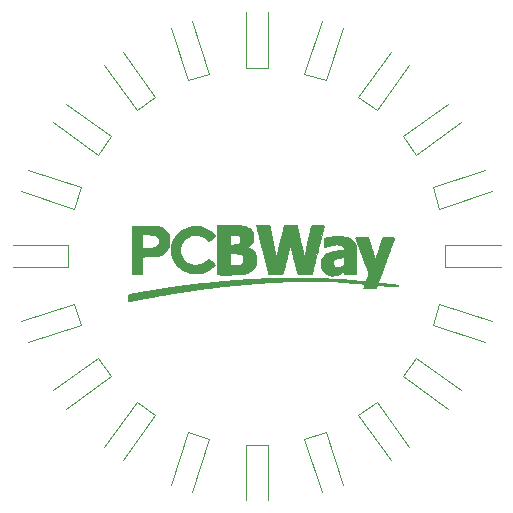
<source format=gto>
G04 #@! TF.GenerationSoftware,KiCad,Pcbnew,(5.1.0-0)*
G04 #@! TF.CreationDate,2019-09-27T23:47:09+01:00*
G04 #@! TF.ProjectId,badge,62616467-652e-46b6-9963-61645f706362,rev?*
G04 #@! TF.SameCoordinates,Original*
G04 #@! TF.FileFunction,Legend,Top*
G04 #@! TF.FilePolarity,Positive*
%FSLAX46Y46*%
G04 Gerber Fmt 4.6, Leading zero omitted, Abs format (unit mm)*
G04 Created by KiCad (PCBNEW (5.1.0-0)) date 2019-09-27 23:47:09*
%MOMM*%
%LPD*%
G04 APERTURE LIST*
%ADD10C,0.010000*%
%ADD11C,0.120000*%
G04 APERTURE END LIST*
D10*
G36*
X203989089Y-71126728D02*
G01*
X204148499Y-71141799D01*
X204188519Y-71147881D01*
X204473429Y-71217119D01*
X204754846Y-71326432D01*
X205020448Y-71469589D01*
X205257911Y-71640355D01*
X205377597Y-71749302D01*
X205445818Y-71818649D01*
X205482946Y-71862931D01*
X205493996Y-71892823D01*
X205483979Y-71918996D01*
X205467386Y-71940490D01*
X205404086Y-72011456D01*
X205323798Y-72092228D01*
X205235558Y-72174824D01*
X205148405Y-72251264D01*
X205071375Y-72313565D01*
X205013507Y-72353745D01*
X204987179Y-72364600D01*
X204938981Y-72346964D01*
X204880022Y-72302915D01*
X204862102Y-72285198D01*
X204784615Y-72216063D01*
X204676813Y-72136886D01*
X204554839Y-72058178D01*
X204434837Y-71990448D01*
X204345923Y-71949154D01*
X204116566Y-71882569D01*
X203873996Y-71855462D01*
X203644500Y-71869039D01*
X203541987Y-71886113D01*
X203454127Y-71903074D01*
X203397053Y-71916754D01*
X203390500Y-71918910D01*
X203215236Y-72001957D01*
X203044906Y-72116966D01*
X202891263Y-72253679D01*
X202766062Y-72401841D01*
X202690514Y-72529700D01*
X202631252Y-72665572D01*
X202593369Y-72778301D01*
X202572281Y-72888403D01*
X202563402Y-73016398D01*
X202562049Y-73104503D01*
X202574151Y-73344982D01*
X202614973Y-73552062D01*
X202687929Y-73736393D01*
X202796432Y-73908623D01*
X202835922Y-73958912D01*
X202896978Y-74022912D01*
X202977554Y-74093464D01*
X203065986Y-74161963D01*
X203150609Y-74219803D01*
X203219760Y-74258379D01*
X203257026Y-74269600D01*
X203306184Y-74283958D01*
X203315570Y-74290583D01*
X203387475Y-74328354D01*
X203498085Y-74356531D01*
X203636144Y-74374719D01*
X203790396Y-74382526D01*
X203949587Y-74379559D01*
X204102461Y-74365424D01*
X204237763Y-74339730D01*
X204289083Y-74324575D01*
X204442863Y-74258086D01*
X204607452Y-74162933D01*
X204763390Y-74051245D01*
X204854290Y-73972295D01*
X204921653Y-73918739D01*
X204978144Y-73893277D01*
X204993990Y-73892782D01*
X205025720Y-73912776D01*
X205082281Y-73961227D01*
X205155409Y-74029747D01*
X205236839Y-74109946D01*
X205318307Y-74193435D01*
X205391548Y-74271826D01*
X205448298Y-74336730D01*
X205480291Y-74379756D01*
X205484411Y-74390582D01*
X205463888Y-74419608D01*
X205410862Y-74470921D01*
X205334206Y-74537334D01*
X205242792Y-74611660D01*
X205145492Y-74686713D01*
X205051181Y-74755304D01*
X204968729Y-74810248D01*
X204958751Y-74816374D01*
X204758518Y-74926752D01*
X204566269Y-75007389D01*
X204368918Y-75061596D01*
X204153381Y-75092684D01*
X203906570Y-75103966D01*
X203822300Y-75103965D01*
X203687628Y-75102168D01*
X203566648Y-75099393D01*
X203470740Y-75095985D01*
X203411288Y-75092287D01*
X203403200Y-75091319D01*
X203174037Y-75036574D01*
X202936682Y-74943754D01*
X202705244Y-74820425D01*
X202493833Y-74674153D01*
X202316560Y-74512506D01*
X202309400Y-74504761D01*
X202118738Y-74267416D01*
X201974011Y-74019130D01*
X201873025Y-73754039D01*
X201813584Y-73466281D01*
X201793493Y-73149990D01*
X201793504Y-73126600D01*
X201813214Y-72805457D01*
X201870273Y-72515478D01*
X201965974Y-72252040D01*
X202101609Y-72010524D01*
X202108443Y-72000433D01*
X202188659Y-71899012D01*
X202297979Y-71782473D01*
X202422932Y-71663403D01*
X202550042Y-71554390D01*
X202665836Y-71468021D01*
X202704700Y-71443383D01*
X202810366Y-71384296D01*
X202922390Y-71327353D01*
X203029065Y-71277896D01*
X203118684Y-71241264D01*
X203179543Y-71222800D01*
X203190805Y-71221600D01*
X203242851Y-71210452D01*
X203270194Y-71198934D01*
X203362591Y-71167095D01*
X203492967Y-71143272D01*
X203649035Y-71128147D01*
X203818505Y-71122405D01*
X203989089Y-71126728D01*
X203989089Y-71126728D01*
G37*
X203989089Y-71126728D02*
X204148499Y-71141799D01*
X204188519Y-71147881D01*
X204473429Y-71217119D01*
X204754846Y-71326432D01*
X205020448Y-71469589D01*
X205257911Y-71640355D01*
X205377597Y-71749302D01*
X205445818Y-71818649D01*
X205482946Y-71862931D01*
X205493996Y-71892823D01*
X205483979Y-71918996D01*
X205467386Y-71940490D01*
X205404086Y-72011456D01*
X205323798Y-72092228D01*
X205235558Y-72174824D01*
X205148405Y-72251264D01*
X205071375Y-72313565D01*
X205013507Y-72353745D01*
X204987179Y-72364600D01*
X204938981Y-72346964D01*
X204880022Y-72302915D01*
X204862102Y-72285198D01*
X204784615Y-72216063D01*
X204676813Y-72136886D01*
X204554839Y-72058178D01*
X204434837Y-71990448D01*
X204345923Y-71949154D01*
X204116566Y-71882569D01*
X203873996Y-71855462D01*
X203644500Y-71869039D01*
X203541987Y-71886113D01*
X203454127Y-71903074D01*
X203397053Y-71916754D01*
X203390500Y-71918910D01*
X203215236Y-72001957D01*
X203044906Y-72116966D01*
X202891263Y-72253679D01*
X202766062Y-72401841D01*
X202690514Y-72529700D01*
X202631252Y-72665572D01*
X202593369Y-72778301D01*
X202572281Y-72888403D01*
X202563402Y-73016398D01*
X202562049Y-73104503D01*
X202574151Y-73344982D01*
X202614973Y-73552062D01*
X202687929Y-73736393D01*
X202796432Y-73908623D01*
X202835922Y-73958912D01*
X202896978Y-74022912D01*
X202977554Y-74093464D01*
X203065986Y-74161963D01*
X203150609Y-74219803D01*
X203219760Y-74258379D01*
X203257026Y-74269600D01*
X203306184Y-74283958D01*
X203315570Y-74290583D01*
X203387475Y-74328354D01*
X203498085Y-74356531D01*
X203636144Y-74374719D01*
X203790396Y-74382526D01*
X203949587Y-74379559D01*
X204102461Y-74365424D01*
X204237763Y-74339730D01*
X204289083Y-74324575D01*
X204442863Y-74258086D01*
X204607452Y-74162933D01*
X204763390Y-74051245D01*
X204854290Y-73972295D01*
X204921653Y-73918739D01*
X204978144Y-73893277D01*
X204993990Y-73892782D01*
X205025720Y-73912776D01*
X205082281Y-73961227D01*
X205155409Y-74029747D01*
X205236839Y-74109946D01*
X205318307Y-74193435D01*
X205391548Y-74271826D01*
X205448298Y-74336730D01*
X205480291Y-74379756D01*
X205484411Y-74390582D01*
X205463888Y-74419608D01*
X205410862Y-74470921D01*
X205334206Y-74537334D01*
X205242792Y-74611660D01*
X205145492Y-74686713D01*
X205051181Y-74755304D01*
X204968729Y-74810248D01*
X204958751Y-74816374D01*
X204758518Y-74926752D01*
X204566269Y-75007389D01*
X204368918Y-75061596D01*
X204153381Y-75092684D01*
X203906570Y-75103966D01*
X203822300Y-75103965D01*
X203687628Y-75102168D01*
X203566648Y-75099393D01*
X203470740Y-75095985D01*
X203411288Y-75092287D01*
X203403200Y-75091319D01*
X203174037Y-75036574D01*
X202936682Y-74943754D01*
X202705244Y-74820425D01*
X202493833Y-74674153D01*
X202316560Y-74512506D01*
X202309400Y-74504761D01*
X202118738Y-74267416D01*
X201974011Y-74019130D01*
X201873025Y-73754039D01*
X201813584Y-73466281D01*
X201793493Y-73149990D01*
X201793504Y-73126600D01*
X201813214Y-72805457D01*
X201870273Y-72515478D01*
X201965974Y-72252040D01*
X202101609Y-72010524D01*
X202108443Y-72000433D01*
X202188659Y-71899012D01*
X202297979Y-71782473D01*
X202422932Y-71663403D01*
X202550042Y-71554390D01*
X202665836Y-71468021D01*
X202704700Y-71443383D01*
X202810366Y-71384296D01*
X202922390Y-71327353D01*
X203029065Y-71277896D01*
X203118684Y-71241264D01*
X203179543Y-71222800D01*
X203190805Y-71221600D01*
X203242851Y-71210452D01*
X203270194Y-71198934D01*
X203362591Y-71167095D01*
X203492967Y-71143272D01*
X203649035Y-71128147D01*
X203818505Y-71122405D01*
X203989089Y-71126728D01*
G36*
X212082456Y-71040168D02*
G01*
X212207716Y-71041401D01*
X212310042Y-71043372D01*
X212380218Y-71046092D01*
X212409028Y-71049575D01*
X212409131Y-71049665D01*
X212420932Y-71080331D01*
X212436371Y-71143832D01*
X212444808Y-71186639D01*
X212464947Y-71286293D01*
X212487976Y-71385445D01*
X212494905Y-71412100D01*
X212517687Y-71501468D01*
X212542133Y-71605003D01*
X212550082Y-71640700D01*
X212571346Y-71736189D01*
X212592446Y-71827562D01*
X212599400Y-71856600D01*
X212619674Y-71939726D01*
X212643142Y-72035931D01*
X212648966Y-72059800D01*
X212669846Y-72148439D01*
X212694823Y-72258715D01*
X212712504Y-72339200D01*
X212736527Y-72446374D01*
X212767016Y-72576812D01*
X212797891Y-72704551D01*
X212801763Y-72720200D01*
X212829067Y-72830980D01*
X212854077Y-72933873D01*
X212872385Y-73010710D01*
X212875692Y-73025000D01*
X212920361Y-73218643D01*
X212955943Y-73367651D01*
X212984031Y-73477053D01*
X213006219Y-73551879D01*
X213024099Y-73597158D01*
X213039267Y-73617918D01*
X213053315Y-73619190D01*
X213061903Y-73612656D01*
X213082784Y-73573059D01*
X213102951Y-73506632D01*
X213106475Y-73490593D01*
X213116748Y-73440556D01*
X213128581Y-73384020D01*
X213143770Y-73312592D01*
X213164111Y-73217879D01*
X213191400Y-73091488D01*
X213227433Y-72925026D01*
X213233288Y-72898000D01*
X213276660Y-72696533D01*
X213319819Y-72493766D01*
X213358996Y-72307495D01*
X213386623Y-72174100D01*
X213402659Y-72097612D01*
X213426453Y-71986252D01*
X213454813Y-71854752D01*
X213484547Y-71717844D01*
X213512463Y-71590262D01*
X213535368Y-71486738D01*
X213540713Y-71462900D01*
X213560052Y-71370671D01*
X213576819Y-71280695D01*
X213578207Y-71272400D01*
X213605076Y-71155473D01*
X213639715Y-71077560D01*
X213679567Y-71044055D01*
X213686931Y-71043159D01*
X213895495Y-71040950D01*
X214092530Y-71040791D01*
X214271766Y-71042530D01*
X214426936Y-71046012D01*
X214551773Y-71051086D01*
X214640008Y-71057598D01*
X214685374Y-71065395D01*
X214689404Y-71067644D01*
X214695247Y-71080748D01*
X214696076Y-71106844D01*
X214690926Y-71150193D01*
X214678834Y-71215061D01*
X214658838Y-71305709D01*
X214629975Y-71426403D01*
X214591280Y-71581404D01*
X214541792Y-71774978D01*
X214480548Y-72011387D01*
X214448082Y-72136000D01*
X214415476Y-72262144D01*
X214385420Y-72380476D01*
X214361568Y-72476497D01*
X214348909Y-72529700D01*
X214325787Y-72626583D01*
X214300453Y-72725553D01*
X214298478Y-72732900D01*
X214274610Y-72824652D01*
X214252627Y-72914378D01*
X214250529Y-72923400D01*
X214234254Y-72990986D01*
X214209926Y-73088547D01*
X214182337Y-73196909D01*
X214177545Y-73215500D01*
X214124801Y-73420569D01*
X214076752Y-73609113D01*
X214035181Y-73774032D01*
X214001871Y-73908224D01*
X213978604Y-74004592D01*
X213970272Y-74041000D01*
X213954030Y-74108312D01*
X213928762Y-74205470D01*
X213899429Y-74313480D01*
X213893963Y-74333100D01*
X213863978Y-74443416D01*
X213836853Y-74548719D01*
X213817782Y-74628743D01*
X213815814Y-74637900D01*
X213797455Y-74725515D01*
X213780429Y-74806745D01*
X213778551Y-74815700D01*
X213759852Y-74889150D01*
X213741990Y-74942700D01*
X213723206Y-75000618D01*
X213703088Y-75078808D01*
X213699453Y-75095100D01*
X213677500Y-75196700D01*
X212488047Y-75196700D01*
X212443177Y-75018900D01*
X212418086Y-74920554D01*
X212384730Y-74791291D01*
X212347818Y-74649308D01*
X212318240Y-74536300D01*
X212285111Y-74409647D01*
X212254769Y-74292678D01*
X212230656Y-74198719D01*
X212216575Y-74142600D01*
X212194522Y-74056236D01*
X212169149Y-73962575D01*
X212166200Y-73952100D01*
X212141168Y-73860513D01*
X212118004Y-73770876D01*
X212115720Y-73761600D01*
X212098617Y-73694129D01*
X212073171Y-73596739D01*
X212044379Y-73488527D01*
X212039262Y-73469500D01*
X212008044Y-73351328D01*
X211977239Y-73230887D01*
X211953136Y-73132803D01*
X211951672Y-73126600D01*
X211916409Y-72988294D01*
X211883436Y-72880579D01*
X211854562Y-72807213D01*
X211831593Y-72771956D01*
X211816338Y-72778565D01*
X211810605Y-72830800D01*
X211810600Y-72833304D01*
X211800875Y-72909241D01*
X211787845Y-72953954D01*
X211766552Y-73017178D01*
X211743209Y-73098303D01*
X211739140Y-73113900D01*
X211714181Y-73211062D01*
X211688513Y-73310198D01*
X211686715Y-73317100D01*
X211655263Y-73439418D01*
X211621717Y-73572502D01*
X211590364Y-73699119D01*
X211565491Y-73802038D01*
X211557150Y-73837800D01*
X211529587Y-73954977D01*
X211493300Y-74104141D01*
X211451119Y-74274139D01*
X211405878Y-74453821D01*
X211360407Y-74632036D01*
X211317539Y-74797631D01*
X211280106Y-74939457D01*
X211250939Y-75046362D01*
X211244299Y-75069700D01*
X211207617Y-75196700D01*
X210619491Y-75203519D01*
X210422546Y-75205198D01*
X210271329Y-75204957D01*
X210160798Y-75202580D01*
X210085909Y-75197853D01*
X210041621Y-75190563D01*
X210022890Y-75180495D01*
X210021765Y-75178119D01*
X210010509Y-75135967D01*
X209992497Y-75064359D01*
X209981364Y-75018900D01*
X209958486Y-74927472D01*
X209936331Y-74843453D01*
X209928578Y-74815700D01*
X209913845Y-74760018D01*
X209891079Y-74668623D01*
X209863671Y-74555300D01*
X209841144Y-74460100D01*
X209809688Y-74325942D01*
X209786509Y-74227920D01*
X209768289Y-74152708D01*
X209751711Y-74086982D01*
X209733458Y-74017417D01*
X209710214Y-73930689D01*
X209698882Y-73888600D01*
X209667117Y-73769894D01*
X209640800Y-73669254D01*
X209614449Y-73565341D01*
X209582584Y-73436814D01*
X209576561Y-73412350D01*
X209551936Y-73312268D01*
X209526497Y-73208879D01*
X209523438Y-73196450D01*
X209487168Y-73050532D01*
X209458194Y-72937830D01*
X209432301Y-72842083D01*
X209423055Y-72809100D01*
X209398704Y-72715726D01*
X209374852Y-72613461D01*
X209370528Y-72593200D01*
X209347911Y-72496039D01*
X209319436Y-72388033D01*
X209309053Y-72351900D01*
X209288748Y-72279123D01*
X209261122Y-72173969D01*
X209228067Y-72044267D01*
X209191480Y-71897843D01*
X209153255Y-71742525D01*
X209115288Y-71586142D01*
X209079472Y-71436520D01*
X209047704Y-71301489D01*
X209021878Y-71188875D01*
X209003889Y-71106506D01*
X208995631Y-71062210D01*
X208995541Y-71056821D01*
X209026082Y-71051039D01*
X209098080Y-71046445D01*
X209202263Y-71043034D01*
X209329362Y-71040802D01*
X209470107Y-71039742D01*
X209615228Y-71039851D01*
X209755456Y-71041122D01*
X209881520Y-71043552D01*
X209984151Y-71047134D01*
X210054078Y-71051863D01*
X210081780Y-71057420D01*
X210097402Y-71083712D01*
X210114882Y-71136394D01*
X210135844Y-71221873D01*
X210161912Y-71346560D01*
X210184504Y-71462900D01*
X210204403Y-71564444D01*
X210230383Y-71692973D01*
X210258666Y-71830194D01*
X210285475Y-71957810D01*
X210307031Y-72057527D01*
X210310377Y-72072500D01*
X210328320Y-72155961D01*
X210349698Y-72260676D01*
X210362631Y-72326500D01*
X210382633Y-72426373D01*
X210402741Y-72520577D01*
X210413600Y-72567800D01*
X210430611Y-72643157D01*
X210451294Y-72742072D01*
X210464568Y-72809100D01*
X210484794Y-72912236D01*
X210505077Y-73012751D01*
X210515565Y-73063100D01*
X210532392Y-73144570D01*
X210553342Y-73249296D01*
X210568543Y-73327080D01*
X210590573Y-73429496D01*
X210615117Y-73526322D01*
X210631736Y-73581080D01*
X210651631Y-73631439D01*
X210666971Y-73642599D01*
X210683013Y-73611119D01*
X210705009Y-73533558D01*
X210705156Y-73533000D01*
X210723674Y-73463248D01*
X210745299Y-73382755D01*
X210745882Y-73380600D01*
X210768315Y-73293348D01*
X210790966Y-73199051D01*
X210793013Y-73190100D01*
X210810969Y-73115888D01*
X210837227Y-73013075D01*
X210866569Y-72902025D01*
X210871081Y-72885300D01*
X210900151Y-72774839D01*
X210926501Y-72669431D01*
X210945068Y-72589421D01*
X210946944Y-72580500D01*
X210959668Y-72524315D01*
X210982090Y-72431239D01*
X211012353Y-72308539D01*
X211048601Y-72163485D01*
X211088978Y-72003345D01*
X211131626Y-71835386D01*
X211174689Y-71666877D01*
X211216311Y-71505086D01*
X211254635Y-71357283D01*
X211287804Y-71230734D01*
X211313962Y-71132708D01*
X211331252Y-71070473D01*
X211337604Y-71051128D01*
X211365362Y-71047551D01*
X211434695Y-71044624D01*
X211536389Y-71042359D01*
X211661228Y-71040768D01*
X211799996Y-71039864D01*
X211943477Y-71039660D01*
X212082456Y-71040168D01*
X212082456Y-71040168D01*
G37*
X212082456Y-71040168D02*
X212207716Y-71041401D01*
X212310042Y-71043372D01*
X212380218Y-71046092D01*
X212409028Y-71049575D01*
X212409131Y-71049665D01*
X212420932Y-71080331D01*
X212436371Y-71143832D01*
X212444808Y-71186639D01*
X212464947Y-71286293D01*
X212487976Y-71385445D01*
X212494905Y-71412100D01*
X212517687Y-71501468D01*
X212542133Y-71605003D01*
X212550082Y-71640700D01*
X212571346Y-71736189D01*
X212592446Y-71827562D01*
X212599400Y-71856600D01*
X212619674Y-71939726D01*
X212643142Y-72035931D01*
X212648966Y-72059800D01*
X212669846Y-72148439D01*
X212694823Y-72258715D01*
X212712504Y-72339200D01*
X212736527Y-72446374D01*
X212767016Y-72576812D01*
X212797891Y-72704551D01*
X212801763Y-72720200D01*
X212829067Y-72830980D01*
X212854077Y-72933873D01*
X212872385Y-73010710D01*
X212875692Y-73025000D01*
X212920361Y-73218643D01*
X212955943Y-73367651D01*
X212984031Y-73477053D01*
X213006219Y-73551879D01*
X213024099Y-73597158D01*
X213039267Y-73617918D01*
X213053315Y-73619190D01*
X213061903Y-73612656D01*
X213082784Y-73573059D01*
X213102951Y-73506632D01*
X213106475Y-73490593D01*
X213116748Y-73440556D01*
X213128581Y-73384020D01*
X213143770Y-73312592D01*
X213164111Y-73217879D01*
X213191400Y-73091488D01*
X213227433Y-72925026D01*
X213233288Y-72898000D01*
X213276660Y-72696533D01*
X213319819Y-72493766D01*
X213358996Y-72307495D01*
X213386623Y-72174100D01*
X213402659Y-72097612D01*
X213426453Y-71986252D01*
X213454813Y-71854752D01*
X213484547Y-71717844D01*
X213512463Y-71590262D01*
X213535368Y-71486738D01*
X213540713Y-71462900D01*
X213560052Y-71370671D01*
X213576819Y-71280695D01*
X213578207Y-71272400D01*
X213605076Y-71155473D01*
X213639715Y-71077560D01*
X213679567Y-71044055D01*
X213686931Y-71043159D01*
X213895495Y-71040950D01*
X214092530Y-71040791D01*
X214271766Y-71042530D01*
X214426936Y-71046012D01*
X214551773Y-71051086D01*
X214640008Y-71057598D01*
X214685374Y-71065395D01*
X214689404Y-71067644D01*
X214695247Y-71080748D01*
X214696076Y-71106844D01*
X214690926Y-71150193D01*
X214678834Y-71215061D01*
X214658838Y-71305709D01*
X214629975Y-71426403D01*
X214591280Y-71581404D01*
X214541792Y-71774978D01*
X214480548Y-72011387D01*
X214448082Y-72136000D01*
X214415476Y-72262144D01*
X214385420Y-72380476D01*
X214361568Y-72476497D01*
X214348909Y-72529700D01*
X214325787Y-72626583D01*
X214300453Y-72725553D01*
X214298478Y-72732900D01*
X214274610Y-72824652D01*
X214252627Y-72914378D01*
X214250529Y-72923400D01*
X214234254Y-72990986D01*
X214209926Y-73088547D01*
X214182337Y-73196909D01*
X214177545Y-73215500D01*
X214124801Y-73420569D01*
X214076752Y-73609113D01*
X214035181Y-73774032D01*
X214001871Y-73908224D01*
X213978604Y-74004592D01*
X213970272Y-74041000D01*
X213954030Y-74108312D01*
X213928762Y-74205470D01*
X213899429Y-74313480D01*
X213893963Y-74333100D01*
X213863978Y-74443416D01*
X213836853Y-74548719D01*
X213817782Y-74628743D01*
X213815814Y-74637900D01*
X213797455Y-74725515D01*
X213780429Y-74806745D01*
X213778551Y-74815700D01*
X213759852Y-74889150D01*
X213741990Y-74942700D01*
X213723206Y-75000618D01*
X213703088Y-75078808D01*
X213699453Y-75095100D01*
X213677500Y-75196700D01*
X212488047Y-75196700D01*
X212443177Y-75018900D01*
X212418086Y-74920554D01*
X212384730Y-74791291D01*
X212347818Y-74649308D01*
X212318240Y-74536300D01*
X212285111Y-74409647D01*
X212254769Y-74292678D01*
X212230656Y-74198719D01*
X212216575Y-74142600D01*
X212194522Y-74056236D01*
X212169149Y-73962575D01*
X212166200Y-73952100D01*
X212141168Y-73860513D01*
X212118004Y-73770876D01*
X212115720Y-73761600D01*
X212098617Y-73694129D01*
X212073171Y-73596739D01*
X212044379Y-73488527D01*
X212039262Y-73469500D01*
X212008044Y-73351328D01*
X211977239Y-73230887D01*
X211953136Y-73132803D01*
X211951672Y-73126600D01*
X211916409Y-72988294D01*
X211883436Y-72880579D01*
X211854562Y-72807213D01*
X211831593Y-72771956D01*
X211816338Y-72778565D01*
X211810605Y-72830800D01*
X211810600Y-72833304D01*
X211800875Y-72909241D01*
X211787845Y-72953954D01*
X211766552Y-73017178D01*
X211743209Y-73098303D01*
X211739140Y-73113900D01*
X211714181Y-73211062D01*
X211688513Y-73310198D01*
X211686715Y-73317100D01*
X211655263Y-73439418D01*
X211621717Y-73572502D01*
X211590364Y-73699119D01*
X211565491Y-73802038D01*
X211557150Y-73837800D01*
X211529587Y-73954977D01*
X211493300Y-74104141D01*
X211451119Y-74274139D01*
X211405878Y-74453821D01*
X211360407Y-74632036D01*
X211317539Y-74797631D01*
X211280106Y-74939457D01*
X211250939Y-75046362D01*
X211244299Y-75069700D01*
X211207617Y-75196700D01*
X210619491Y-75203519D01*
X210422546Y-75205198D01*
X210271329Y-75204957D01*
X210160798Y-75202580D01*
X210085909Y-75197853D01*
X210041621Y-75190563D01*
X210022890Y-75180495D01*
X210021765Y-75178119D01*
X210010509Y-75135967D01*
X209992497Y-75064359D01*
X209981364Y-75018900D01*
X209958486Y-74927472D01*
X209936331Y-74843453D01*
X209928578Y-74815700D01*
X209913845Y-74760018D01*
X209891079Y-74668623D01*
X209863671Y-74555300D01*
X209841144Y-74460100D01*
X209809688Y-74325942D01*
X209786509Y-74227920D01*
X209768289Y-74152708D01*
X209751711Y-74086982D01*
X209733458Y-74017417D01*
X209710214Y-73930689D01*
X209698882Y-73888600D01*
X209667117Y-73769894D01*
X209640800Y-73669254D01*
X209614449Y-73565341D01*
X209582584Y-73436814D01*
X209576561Y-73412350D01*
X209551936Y-73312268D01*
X209526497Y-73208879D01*
X209523438Y-73196450D01*
X209487168Y-73050532D01*
X209458194Y-72937830D01*
X209432301Y-72842083D01*
X209423055Y-72809100D01*
X209398704Y-72715726D01*
X209374852Y-72613461D01*
X209370528Y-72593200D01*
X209347911Y-72496039D01*
X209319436Y-72388033D01*
X209309053Y-72351900D01*
X209288748Y-72279123D01*
X209261122Y-72173969D01*
X209228067Y-72044267D01*
X209191480Y-71897843D01*
X209153255Y-71742525D01*
X209115288Y-71586142D01*
X209079472Y-71436520D01*
X209047704Y-71301489D01*
X209021878Y-71188875D01*
X209003889Y-71106506D01*
X208995631Y-71062210D01*
X208995541Y-71056821D01*
X209026082Y-71051039D01*
X209098080Y-71046445D01*
X209202263Y-71043034D01*
X209329362Y-71040802D01*
X209470107Y-71039742D01*
X209615228Y-71039851D01*
X209755456Y-71041122D01*
X209881520Y-71043552D01*
X209984151Y-71047134D01*
X210054078Y-71051863D01*
X210081780Y-71057420D01*
X210097402Y-71083712D01*
X210114882Y-71136394D01*
X210135844Y-71221873D01*
X210161912Y-71346560D01*
X210184504Y-71462900D01*
X210204403Y-71564444D01*
X210230383Y-71692973D01*
X210258666Y-71830194D01*
X210285475Y-71957810D01*
X210307031Y-72057527D01*
X210310377Y-72072500D01*
X210328320Y-72155961D01*
X210349698Y-72260676D01*
X210362631Y-72326500D01*
X210382633Y-72426373D01*
X210402741Y-72520577D01*
X210413600Y-72567800D01*
X210430611Y-72643157D01*
X210451294Y-72742072D01*
X210464568Y-72809100D01*
X210484794Y-72912236D01*
X210505077Y-73012751D01*
X210515565Y-73063100D01*
X210532392Y-73144570D01*
X210553342Y-73249296D01*
X210568543Y-73327080D01*
X210590573Y-73429496D01*
X210615117Y-73526322D01*
X210631736Y-73581080D01*
X210651631Y-73631439D01*
X210666971Y-73642599D01*
X210683013Y-73611119D01*
X210705009Y-73533558D01*
X210705156Y-73533000D01*
X210723674Y-73463248D01*
X210745299Y-73382755D01*
X210745882Y-73380600D01*
X210768315Y-73293348D01*
X210790966Y-73199051D01*
X210793013Y-73190100D01*
X210810969Y-73115888D01*
X210837227Y-73013075D01*
X210866569Y-72902025D01*
X210871081Y-72885300D01*
X210900151Y-72774839D01*
X210926501Y-72669431D01*
X210945068Y-72589421D01*
X210946944Y-72580500D01*
X210959668Y-72524315D01*
X210982090Y-72431239D01*
X211012353Y-72308539D01*
X211048601Y-72163485D01*
X211088978Y-72003345D01*
X211131626Y-71835386D01*
X211174689Y-71666877D01*
X211216311Y-71505086D01*
X211254635Y-71357283D01*
X211287804Y-71230734D01*
X211313962Y-71132708D01*
X211331252Y-71070473D01*
X211337604Y-71051128D01*
X211365362Y-71047551D01*
X211434695Y-71044624D01*
X211536389Y-71042359D01*
X211661228Y-71040768D01*
X211799996Y-71039864D01*
X211943477Y-71039660D01*
X212082456Y-71040168D01*
G36*
X199423409Y-71085772D02*
G01*
X199620687Y-71086861D01*
X199814055Y-71088808D01*
X199996675Y-71091606D01*
X200161710Y-71095245D01*
X200302322Y-71099716D01*
X200411673Y-71105011D01*
X200418700Y-71105459D01*
X200593413Y-71119325D01*
X200729259Y-71136698D01*
X200838159Y-71159992D01*
X200932035Y-71191624D01*
X201002900Y-71223839D01*
X201210652Y-71354125D01*
X201380463Y-71518166D01*
X201512081Y-71715686D01*
X201577077Y-71862011D01*
X201609703Y-71984444D01*
X201632562Y-72140204D01*
X201644558Y-72312562D01*
X201644594Y-72484790D01*
X201631572Y-72640161D01*
X201629161Y-72656367D01*
X201571159Y-72876269D01*
X201471694Y-73081206D01*
X201336866Y-73262174D01*
X201172777Y-73410169D01*
X201076686Y-73471792D01*
X200891897Y-73558013D01*
X200690197Y-73617181D01*
X200461450Y-73651558D01*
X200218633Y-73663231D01*
X200060629Y-73666125D01*
X199885144Y-73671292D01*
X199718293Y-73677886D01*
X199631300Y-73682281D01*
X199351900Y-73698100D01*
X199326500Y-75196700D01*
X198918589Y-75203655D01*
X198779460Y-75204970D01*
X198658495Y-75204108D01*
X198564667Y-75201294D01*
X198506950Y-75196751D01*
X198493139Y-75193072D01*
X198490402Y-75165523D01*
X198487796Y-75091025D01*
X198485354Y-74973430D01*
X198483109Y-74816589D01*
X198481094Y-74624354D01*
X198479343Y-74400576D01*
X198477887Y-74149106D01*
X198476761Y-73873796D01*
X198475997Y-73578497D01*
X198475629Y-73267061D01*
X198475600Y-73149265D01*
X198475756Y-72765158D01*
X198475916Y-72656522D01*
X199343314Y-72656522D01*
X199344289Y-72776604D01*
X199346377Y-72864264D01*
X199349499Y-72911465D01*
X199350570Y-72916393D01*
X199379491Y-72928575D01*
X199449346Y-72938044D01*
X199550342Y-72944748D01*
X199672680Y-72948633D01*
X199806567Y-72949648D01*
X199942207Y-72947740D01*
X200069804Y-72942857D01*
X200179563Y-72934946D01*
X200261688Y-72923954D01*
X200274102Y-72921343D01*
X200455647Y-72860698D01*
X200594889Y-72772012D01*
X200692047Y-72655035D01*
X200747341Y-72509516D01*
X200761600Y-72367110D01*
X200757657Y-72283633D01*
X200747432Y-72222200D01*
X200736200Y-72199500D01*
X200714419Y-72163464D01*
X200710800Y-72137456D01*
X200692939Y-72095089D01*
X200647191Y-72036959D01*
X200609765Y-71999832D01*
X200544667Y-71944186D01*
X200483187Y-71901905D01*
X200416965Y-71871083D01*
X200337640Y-71849814D01*
X200236849Y-71836192D01*
X200106233Y-71828309D01*
X199937429Y-71824259D01*
X199834500Y-71823061D01*
X199351900Y-71818500D01*
X199345017Y-72351243D01*
X199343530Y-72512056D01*
X199343314Y-72656522D01*
X198475916Y-72656522D01*
X198476253Y-72429086D01*
X198477133Y-72138289D01*
X198478441Y-71890003D01*
X198480218Y-71681465D01*
X198482507Y-71509912D01*
X198485351Y-71372583D01*
X198488793Y-71266714D01*
X198492877Y-71189543D01*
X198497644Y-71138307D01*
X198503137Y-71110243D01*
X198507350Y-71102961D01*
X198540542Y-71097785D01*
X198617689Y-71093530D01*
X198731951Y-71090189D01*
X198876492Y-71087751D01*
X199044474Y-71086209D01*
X199229059Y-71085552D01*
X199423409Y-71085772D01*
X199423409Y-71085772D01*
G37*
X199423409Y-71085772D02*
X199620687Y-71086861D01*
X199814055Y-71088808D01*
X199996675Y-71091606D01*
X200161710Y-71095245D01*
X200302322Y-71099716D01*
X200411673Y-71105011D01*
X200418700Y-71105459D01*
X200593413Y-71119325D01*
X200729259Y-71136698D01*
X200838159Y-71159992D01*
X200932035Y-71191624D01*
X201002900Y-71223839D01*
X201210652Y-71354125D01*
X201380463Y-71518166D01*
X201512081Y-71715686D01*
X201577077Y-71862011D01*
X201609703Y-71984444D01*
X201632562Y-72140204D01*
X201644558Y-72312562D01*
X201644594Y-72484790D01*
X201631572Y-72640161D01*
X201629161Y-72656367D01*
X201571159Y-72876269D01*
X201471694Y-73081206D01*
X201336866Y-73262174D01*
X201172777Y-73410169D01*
X201076686Y-73471792D01*
X200891897Y-73558013D01*
X200690197Y-73617181D01*
X200461450Y-73651558D01*
X200218633Y-73663231D01*
X200060629Y-73666125D01*
X199885144Y-73671292D01*
X199718293Y-73677886D01*
X199631300Y-73682281D01*
X199351900Y-73698100D01*
X199326500Y-75196700D01*
X198918589Y-75203655D01*
X198779460Y-75204970D01*
X198658495Y-75204108D01*
X198564667Y-75201294D01*
X198506950Y-75196751D01*
X198493139Y-75193072D01*
X198490402Y-75165523D01*
X198487796Y-75091025D01*
X198485354Y-74973430D01*
X198483109Y-74816589D01*
X198481094Y-74624354D01*
X198479343Y-74400576D01*
X198477887Y-74149106D01*
X198476761Y-73873796D01*
X198475997Y-73578497D01*
X198475629Y-73267061D01*
X198475600Y-73149265D01*
X198475756Y-72765158D01*
X198475916Y-72656522D01*
X199343314Y-72656522D01*
X199344289Y-72776604D01*
X199346377Y-72864264D01*
X199349499Y-72911465D01*
X199350570Y-72916393D01*
X199379491Y-72928575D01*
X199449346Y-72938044D01*
X199550342Y-72944748D01*
X199672680Y-72948633D01*
X199806567Y-72949648D01*
X199942207Y-72947740D01*
X200069804Y-72942857D01*
X200179563Y-72934946D01*
X200261688Y-72923954D01*
X200274102Y-72921343D01*
X200455647Y-72860698D01*
X200594889Y-72772012D01*
X200692047Y-72655035D01*
X200747341Y-72509516D01*
X200761600Y-72367110D01*
X200757657Y-72283633D01*
X200747432Y-72222200D01*
X200736200Y-72199500D01*
X200714419Y-72163464D01*
X200710800Y-72137456D01*
X200692939Y-72095089D01*
X200647191Y-72036959D01*
X200609765Y-71999832D01*
X200544667Y-71944186D01*
X200483187Y-71901905D01*
X200416965Y-71871083D01*
X200337640Y-71849814D01*
X200236849Y-71836192D01*
X200106233Y-71828309D01*
X199937429Y-71824259D01*
X199834500Y-71823061D01*
X199351900Y-71818500D01*
X199345017Y-72351243D01*
X199343530Y-72512056D01*
X199343314Y-72656522D01*
X198475916Y-72656522D01*
X198476253Y-72429086D01*
X198477133Y-72138289D01*
X198478441Y-71890003D01*
X198480218Y-71681465D01*
X198482507Y-71509912D01*
X198485351Y-71372583D01*
X198488793Y-71266714D01*
X198492877Y-71189543D01*
X198497644Y-71138307D01*
X198503137Y-71110243D01*
X198507350Y-71102961D01*
X198540542Y-71097785D01*
X198617689Y-71093530D01*
X198731951Y-71090189D01*
X198876492Y-71087751D01*
X199044474Y-71086209D01*
X199229059Y-71085552D01*
X199423409Y-71085772D01*
G36*
X206723839Y-71041396D02*
G01*
X207002101Y-71044298D01*
X207251703Y-71048769D01*
X207468464Y-71054729D01*
X207648204Y-71062099D01*
X207786740Y-71070799D01*
X207879894Y-71080748D01*
X207897957Y-71083882D01*
X208038186Y-71120641D01*
X208183340Y-71173284D01*
X208316827Y-71234751D01*
X208422054Y-71297979D01*
X208447335Y-71317674D01*
X208578361Y-71461091D01*
X208675696Y-71634763D01*
X208735586Y-71827902D01*
X208754273Y-72029720D01*
X208741959Y-72163925D01*
X208694310Y-72363299D01*
X208621761Y-72528189D01*
X208516410Y-72671983D01*
X208370355Y-72808071D01*
X208354080Y-72821081D01*
X208235478Y-72914831D01*
X208400174Y-72986580D01*
X208550596Y-73064094D01*
X208686550Y-73156602D01*
X208795693Y-73254719D01*
X208857321Y-73334103D01*
X208906326Y-73444011D01*
X208939781Y-73586408D01*
X208958401Y-73766305D01*
X208962899Y-73988710D01*
X208961554Y-74066400D01*
X208957013Y-74210998D01*
X208950580Y-74315957D01*
X208940603Y-74392436D01*
X208925428Y-74451594D01*
X208903403Y-74504592D01*
X208893849Y-74523600D01*
X208796124Y-74669956D01*
X208660888Y-74813368D01*
X208500802Y-74942941D01*
X208328531Y-75047778D01*
X208235630Y-75089979D01*
X208158302Y-75118515D01*
X208079654Y-75142198D01*
X207994060Y-75161518D01*
X207895891Y-75176962D01*
X207779523Y-75189017D01*
X207639327Y-75198171D01*
X207469677Y-75204912D01*
X207264947Y-75209728D01*
X207019509Y-75213105D01*
X206792185Y-75215084D01*
X206572466Y-75216331D01*
X206366350Y-75216837D01*
X206179928Y-75216637D01*
X206019287Y-75215766D01*
X205890518Y-75214259D01*
X205799708Y-75212150D01*
X205752948Y-75209474D01*
X205750785Y-75209151D01*
X205676500Y-75196203D01*
X205671959Y-73745453D01*
X206731418Y-73745453D01*
X206732927Y-73908846D01*
X206733142Y-73924980D01*
X206735705Y-74073115D01*
X206739026Y-74203675D01*
X206742802Y-74308171D01*
X206746731Y-74378116D01*
X206750200Y-74404612D01*
X206778134Y-74411711D01*
X206847447Y-74417053D01*
X206948738Y-74420238D01*
X207072603Y-74420865D01*
X207120476Y-74420393D01*
X207284943Y-74416377D01*
X207408980Y-74408765D01*
X207502891Y-74396465D01*
X207576985Y-74378387D01*
X207603400Y-74369288D01*
X207737283Y-74304457D01*
X207828564Y-74222056D01*
X207882370Y-74114249D01*
X207903827Y-73973198D01*
X207904560Y-73908945D01*
X207893066Y-73772000D01*
X207860706Y-73662332D01*
X207802868Y-73576947D01*
X207714941Y-73512852D01*
X207592314Y-73467054D01*
X207430375Y-73436559D01*
X207224513Y-73418373D01*
X207142775Y-73414425D01*
X206992642Y-73409758D01*
X206886053Y-73410148D01*
X206815967Y-73415950D01*
X206775345Y-73427518D01*
X206766293Y-73433397D01*
X206752071Y-73452072D01*
X206741949Y-73485539D01*
X206735451Y-73540875D01*
X206732100Y-73625155D01*
X206731418Y-73745453D01*
X205671959Y-73745453D01*
X205670001Y-73120001D01*
X205667560Y-72339888D01*
X206736819Y-72339888D01*
X206739356Y-72462007D01*
X206744813Y-72559281D01*
X206752717Y-72620384D01*
X206755390Y-72629696D01*
X206766916Y-72658124D01*
X206781734Y-72677135D01*
X206808353Y-72687648D01*
X206855281Y-72690584D01*
X206931025Y-72686862D01*
X207044094Y-72677402D01*
X207127291Y-72669904D01*
X207290879Y-72649786D01*
X207412492Y-72620674D01*
X207500695Y-72578703D01*
X207564052Y-72520009D01*
X207604513Y-72454601D01*
X207647208Y-72319320D01*
X207647142Y-72183643D01*
X207607387Y-72058152D01*
X207531018Y-71953428D01*
X207440289Y-71888984D01*
X207384547Y-71863989D01*
X207328736Y-71848014D01*
X207260143Y-71839462D01*
X207166054Y-71836733D01*
X207036104Y-71838184D01*
X206744709Y-71843900D01*
X206737673Y-72204246D01*
X206736819Y-72339888D01*
X205667560Y-72339888D01*
X205663503Y-71043800D01*
X205758901Y-71042911D01*
X206098058Y-71040623D01*
X206421097Y-71040145D01*
X206723839Y-71041396D01*
X206723839Y-71041396D01*
G37*
X206723839Y-71041396D02*
X207002101Y-71044298D01*
X207251703Y-71048769D01*
X207468464Y-71054729D01*
X207648204Y-71062099D01*
X207786740Y-71070799D01*
X207879894Y-71080748D01*
X207897957Y-71083882D01*
X208038186Y-71120641D01*
X208183340Y-71173284D01*
X208316827Y-71234751D01*
X208422054Y-71297979D01*
X208447335Y-71317674D01*
X208578361Y-71461091D01*
X208675696Y-71634763D01*
X208735586Y-71827902D01*
X208754273Y-72029720D01*
X208741959Y-72163925D01*
X208694310Y-72363299D01*
X208621761Y-72528189D01*
X208516410Y-72671983D01*
X208370355Y-72808071D01*
X208354080Y-72821081D01*
X208235478Y-72914831D01*
X208400174Y-72986580D01*
X208550596Y-73064094D01*
X208686550Y-73156602D01*
X208795693Y-73254719D01*
X208857321Y-73334103D01*
X208906326Y-73444011D01*
X208939781Y-73586408D01*
X208958401Y-73766305D01*
X208962899Y-73988710D01*
X208961554Y-74066400D01*
X208957013Y-74210998D01*
X208950580Y-74315957D01*
X208940603Y-74392436D01*
X208925428Y-74451594D01*
X208903403Y-74504592D01*
X208893849Y-74523600D01*
X208796124Y-74669956D01*
X208660888Y-74813368D01*
X208500802Y-74942941D01*
X208328531Y-75047778D01*
X208235630Y-75089979D01*
X208158302Y-75118515D01*
X208079654Y-75142198D01*
X207994060Y-75161518D01*
X207895891Y-75176962D01*
X207779523Y-75189017D01*
X207639327Y-75198171D01*
X207469677Y-75204912D01*
X207264947Y-75209728D01*
X207019509Y-75213105D01*
X206792185Y-75215084D01*
X206572466Y-75216331D01*
X206366350Y-75216837D01*
X206179928Y-75216637D01*
X206019287Y-75215766D01*
X205890518Y-75214259D01*
X205799708Y-75212150D01*
X205752948Y-75209474D01*
X205750785Y-75209151D01*
X205676500Y-75196203D01*
X205671959Y-73745453D01*
X206731418Y-73745453D01*
X206732927Y-73908846D01*
X206733142Y-73924980D01*
X206735705Y-74073115D01*
X206739026Y-74203675D01*
X206742802Y-74308171D01*
X206746731Y-74378116D01*
X206750200Y-74404612D01*
X206778134Y-74411711D01*
X206847447Y-74417053D01*
X206948738Y-74420238D01*
X207072603Y-74420865D01*
X207120476Y-74420393D01*
X207284943Y-74416377D01*
X207408980Y-74408765D01*
X207502891Y-74396465D01*
X207576985Y-74378387D01*
X207603400Y-74369288D01*
X207737283Y-74304457D01*
X207828564Y-74222056D01*
X207882370Y-74114249D01*
X207903827Y-73973198D01*
X207904560Y-73908945D01*
X207893066Y-73772000D01*
X207860706Y-73662332D01*
X207802868Y-73576947D01*
X207714941Y-73512852D01*
X207592314Y-73467054D01*
X207430375Y-73436559D01*
X207224513Y-73418373D01*
X207142775Y-73414425D01*
X206992642Y-73409758D01*
X206886053Y-73410148D01*
X206815967Y-73415950D01*
X206775345Y-73427518D01*
X206766293Y-73433397D01*
X206752071Y-73452072D01*
X206741949Y-73485539D01*
X206735451Y-73540875D01*
X206732100Y-73625155D01*
X206731418Y-73745453D01*
X205671959Y-73745453D01*
X205670001Y-73120001D01*
X205667560Y-72339888D01*
X206736819Y-72339888D01*
X206739356Y-72462007D01*
X206744813Y-72559281D01*
X206752717Y-72620384D01*
X206755390Y-72629696D01*
X206766916Y-72658124D01*
X206781734Y-72677135D01*
X206808353Y-72687648D01*
X206855281Y-72690584D01*
X206931025Y-72686862D01*
X207044094Y-72677402D01*
X207127291Y-72669904D01*
X207290879Y-72649786D01*
X207412492Y-72620674D01*
X207500695Y-72578703D01*
X207564052Y-72520009D01*
X207604513Y-72454601D01*
X207647208Y-72319320D01*
X207647142Y-72183643D01*
X207607387Y-72058152D01*
X207531018Y-71953428D01*
X207440289Y-71888984D01*
X207384547Y-71863989D01*
X207328736Y-71848014D01*
X207260143Y-71839462D01*
X207166054Y-71836733D01*
X207036104Y-71838184D01*
X206744709Y-71843900D01*
X206737673Y-72204246D01*
X206736819Y-72339888D01*
X205667560Y-72339888D01*
X205663503Y-71043800D01*
X205758901Y-71042911D01*
X206098058Y-71040623D01*
X206421097Y-71040145D01*
X206723839Y-71041396D01*
G36*
X215924051Y-71966634D02*
G01*
X216084973Y-71971946D01*
X216237105Y-71980187D01*
X216368563Y-71991093D01*
X216458800Y-72002868D01*
X216716464Y-72065872D01*
X216936143Y-72160282D01*
X217116850Y-72285304D01*
X217257601Y-72440142D01*
X217357409Y-72624002D01*
X217400820Y-72762755D01*
X217406694Y-72813566D01*
X217411997Y-72910223D01*
X217416681Y-73047777D01*
X217420695Y-73221277D01*
X217423989Y-73425772D01*
X217426515Y-73656311D01*
X217428221Y-73907945D01*
X217429059Y-74175723D01*
X217428978Y-74454693D01*
X217427928Y-74739906D01*
X217425860Y-75026411D01*
X217424744Y-75139550D01*
X217424000Y-75209400D01*
X216433400Y-75209400D01*
X216431614Y-75114150D01*
X216425988Y-75017279D01*
X216409568Y-74967279D01*
X216376213Y-74960437D01*
X216319778Y-74993037D01*
X216280917Y-75023022D01*
X216078512Y-75154926D01*
X215855413Y-75246199D01*
X215620831Y-75294866D01*
X215383973Y-75298954D01*
X215170289Y-75261176D01*
X214963910Y-75178277D01*
X214785986Y-75053391D01*
X214637186Y-74887059D01*
X214564508Y-74771841D01*
X214534619Y-74715645D01*
X214514065Y-74666396D01*
X214501101Y-74612835D01*
X214493982Y-74543706D01*
X214490965Y-74447751D01*
X214490303Y-74313713D01*
X214490300Y-74292993D01*
X214490719Y-74175433D01*
X215489747Y-74175433D01*
X215495868Y-74308406D01*
X215499934Y-74326750D01*
X215535283Y-74430036D01*
X215588919Y-74497460D01*
X215674436Y-74543386D01*
X215719343Y-74558565D01*
X215825488Y-74586559D01*
X215912466Y-74594755D01*
X216003554Y-74583142D01*
X216099290Y-74558352D01*
X216199240Y-74520820D01*
X216295627Y-74470832D01*
X216338150Y-74441918D01*
X216433400Y-74366931D01*
X216433400Y-73754296D01*
X216223850Y-73773332D01*
X216121854Y-73782129D01*
X216036772Y-73788616D01*
X215983388Y-73791689D01*
X215976200Y-73791789D01*
X215913068Y-73803235D01*
X215824708Y-73833755D01*
X215729029Y-73875597D01*
X215643942Y-73921006D01*
X215591338Y-73958409D01*
X215522709Y-74054179D01*
X215489747Y-74175433D01*
X214490719Y-74175433D01*
X214490799Y-74153047D01*
X214493465Y-74052531D01*
X214500044Y-73980078D01*
X214512286Y-73924320D01*
X214531940Y-73873889D01*
X214560753Y-73817418D01*
X214564534Y-73810393D01*
X214627448Y-73712313D01*
X214707400Y-73611656D01*
X214755034Y-73561442D01*
X214835856Y-73496038D01*
X214939578Y-73428658D01*
X215052645Y-73366375D01*
X215161500Y-73316264D01*
X215252589Y-73285396D01*
X215296355Y-73279000D01*
X215353451Y-73270524D01*
X215380570Y-73257390D01*
X215415458Y-73244434D01*
X215487495Y-73228663D01*
X215583337Y-73212837D01*
X215620600Y-73207722D01*
X215755962Y-73190091D01*
X215905330Y-73170576D01*
X216036908Y-73153331D01*
X216039700Y-73152964D01*
X216150417Y-73140022D01*
X216254469Y-73130586D01*
X216331362Y-73126479D01*
X216338150Y-73126432D01*
X216401035Y-73122452D01*
X216427931Y-73103907D01*
X216433400Y-73064551D01*
X216413629Y-72979653D01*
X216362914Y-72888848D01*
X216294146Y-72811902D01*
X216247419Y-72779469D01*
X216162845Y-72746484D01*
X216047012Y-72714910D01*
X215919385Y-72688927D01*
X215799429Y-72672716D01*
X215734899Y-72669400D01*
X215631305Y-72677766D01*
X215495471Y-72700546D01*
X215342701Y-72734258D01*
X215188300Y-72775419D01*
X215047572Y-72820549D01*
X215011000Y-72834075D01*
X214923424Y-72863858D01*
X214840712Y-72885956D01*
X214817809Y-72890344D01*
X214766272Y-72894633D01*
X214741528Y-72877175D01*
X214729982Y-72825128D01*
X214727551Y-72805101D01*
X214724134Y-72739562D01*
X214723761Y-72638452D01*
X214726326Y-72516903D01*
X214730242Y-72418823D01*
X214744300Y-72130147D01*
X214833200Y-72097671D01*
X214903341Y-72077454D01*
X215002663Y-72055361D01*
X215109974Y-72036095D01*
X215112600Y-72035687D01*
X215227861Y-72016909D01*
X215343439Y-71996590D01*
X215430100Y-71979967D01*
X215507361Y-71970918D01*
X215623362Y-71965855D01*
X215766219Y-71964516D01*
X215924051Y-71966634D01*
X215924051Y-71966634D01*
G37*
X215924051Y-71966634D02*
X216084973Y-71971946D01*
X216237105Y-71980187D01*
X216368563Y-71991093D01*
X216458800Y-72002868D01*
X216716464Y-72065872D01*
X216936143Y-72160282D01*
X217116850Y-72285304D01*
X217257601Y-72440142D01*
X217357409Y-72624002D01*
X217400820Y-72762755D01*
X217406694Y-72813566D01*
X217411997Y-72910223D01*
X217416681Y-73047777D01*
X217420695Y-73221277D01*
X217423989Y-73425772D01*
X217426515Y-73656311D01*
X217428221Y-73907945D01*
X217429059Y-74175723D01*
X217428978Y-74454693D01*
X217427928Y-74739906D01*
X217425860Y-75026411D01*
X217424744Y-75139550D01*
X217424000Y-75209400D01*
X216433400Y-75209400D01*
X216431614Y-75114150D01*
X216425988Y-75017279D01*
X216409568Y-74967279D01*
X216376213Y-74960437D01*
X216319778Y-74993037D01*
X216280917Y-75023022D01*
X216078512Y-75154926D01*
X215855413Y-75246199D01*
X215620831Y-75294866D01*
X215383973Y-75298954D01*
X215170289Y-75261176D01*
X214963910Y-75178277D01*
X214785986Y-75053391D01*
X214637186Y-74887059D01*
X214564508Y-74771841D01*
X214534619Y-74715645D01*
X214514065Y-74666396D01*
X214501101Y-74612835D01*
X214493982Y-74543706D01*
X214490965Y-74447751D01*
X214490303Y-74313713D01*
X214490300Y-74292993D01*
X214490719Y-74175433D01*
X215489747Y-74175433D01*
X215495868Y-74308406D01*
X215499934Y-74326750D01*
X215535283Y-74430036D01*
X215588919Y-74497460D01*
X215674436Y-74543386D01*
X215719343Y-74558565D01*
X215825488Y-74586559D01*
X215912466Y-74594755D01*
X216003554Y-74583142D01*
X216099290Y-74558352D01*
X216199240Y-74520820D01*
X216295627Y-74470832D01*
X216338150Y-74441918D01*
X216433400Y-74366931D01*
X216433400Y-73754296D01*
X216223850Y-73773332D01*
X216121854Y-73782129D01*
X216036772Y-73788616D01*
X215983388Y-73791689D01*
X215976200Y-73791789D01*
X215913068Y-73803235D01*
X215824708Y-73833755D01*
X215729029Y-73875597D01*
X215643942Y-73921006D01*
X215591338Y-73958409D01*
X215522709Y-74054179D01*
X215489747Y-74175433D01*
X214490719Y-74175433D01*
X214490799Y-74153047D01*
X214493465Y-74052531D01*
X214500044Y-73980078D01*
X214512286Y-73924320D01*
X214531940Y-73873889D01*
X214560753Y-73817418D01*
X214564534Y-73810393D01*
X214627448Y-73712313D01*
X214707400Y-73611656D01*
X214755034Y-73561442D01*
X214835856Y-73496038D01*
X214939578Y-73428658D01*
X215052645Y-73366375D01*
X215161500Y-73316264D01*
X215252589Y-73285396D01*
X215296355Y-73279000D01*
X215353451Y-73270524D01*
X215380570Y-73257390D01*
X215415458Y-73244434D01*
X215487495Y-73228663D01*
X215583337Y-73212837D01*
X215620600Y-73207722D01*
X215755962Y-73190091D01*
X215905330Y-73170576D01*
X216036908Y-73153331D01*
X216039700Y-73152964D01*
X216150417Y-73140022D01*
X216254469Y-73130586D01*
X216331362Y-73126479D01*
X216338150Y-73126432D01*
X216401035Y-73122452D01*
X216427931Y-73103907D01*
X216433400Y-73064551D01*
X216413629Y-72979653D01*
X216362914Y-72888848D01*
X216294146Y-72811902D01*
X216247419Y-72779469D01*
X216162845Y-72746484D01*
X216047012Y-72714910D01*
X215919385Y-72688927D01*
X215799429Y-72672716D01*
X215734899Y-72669400D01*
X215631305Y-72677766D01*
X215495471Y-72700546D01*
X215342701Y-72734258D01*
X215188300Y-72775419D01*
X215047572Y-72820549D01*
X215011000Y-72834075D01*
X214923424Y-72863858D01*
X214840712Y-72885956D01*
X214817809Y-72890344D01*
X214766272Y-72894633D01*
X214741528Y-72877175D01*
X214729982Y-72825128D01*
X214727551Y-72805101D01*
X214724134Y-72739562D01*
X214723761Y-72638452D01*
X214726326Y-72516903D01*
X214730242Y-72418823D01*
X214744300Y-72130147D01*
X214833200Y-72097671D01*
X214903341Y-72077454D01*
X215002663Y-72055361D01*
X215109974Y-72036095D01*
X215112600Y-72035687D01*
X215227861Y-72016909D01*
X215343439Y-71996590D01*
X215430100Y-71979967D01*
X215507361Y-71970918D01*
X215623362Y-71965855D01*
X215766219Y-71964516D01*
X215924051Y-71966634D01*
G36*
X220491751Y-72060470D02*
G01*
X220584044Y-72066698D01*
X220640937Y-72081645D01*
X220667548Y-72108906D01*
X220668996Y-72152072D01*
X220650400Y-72214739D01*
X220616880Y-72300498D01*
X220596612Y-72351900D01*
X220553013Y-72465372D01*
X220510072Y-72579004D01*
X220476076Y-72670839D01*
X220472000Y-72682100D01*
X220440423Y-72768612D01*
X220399025Y-72880519D01*
X220355991Y-72995712D01*
X220349753Y-73012300D01*
X220302167Y-73139632D01*
X220250245Y-73279981D01*
X220205045Y-73403458D01*
X220204122Y-73406000D01*
X220166622Y-73508035D01*
X220131593Y-73601144D01*
X220105917Y-73667066D01*
X220103619Y-73672700D01*
X220080664Y-73732852D01*
X220048007Y-73823813D01*
X220011877Y-73928154D01*
X220003769Y-73952100D01*
X219966205Y-74062811D01*
X219938152Y-74142765D01*
X219913191Y-74209441D01*
X219884900Y-74280318D01*
X219868485Y-74320400D01*
X219844763Y-74381907D01*
X219813994Y-74466440D01*
X219798367Y-74510900D01*
X219766029Y-74601116D01*
X219734411Y-74684486D01*
X219722459Y-74714100D01*
X219689490Y-74796815D01*
X219663576Y-74866500D01*
X219610957Y-75013985D01*
X219555294Y-75168058D01*
X219499596Y-75320600D01*
X219446869Y-75463493D01*
X219400123Y-75588618D01*
X219362364Y-75687855D01*
X219336601Y-75753087D01*
X219327295Y-75774205D01*
X219304822Y-75824763D01*
X219304404Y-75861413D01*
X219332027Y-75887549D01*
X219393676Y-75906565D01*
X219495338Y-75921853D01*
X219608400Y-75933577D01*
X219704068Y-75943432D01*
X219831160Y-75957601D01*
X219970715Y-75973932D01*
X220065600Y-75985489D01*
X220239517Y-76006871D01*
X220377660Y-76023239D01*
X220494623Y-76036176D01*
X220605002Y-76047266D01*
X220723393Y-76058090D01*
X220783149Y-76063294D01*
X220882288Y-76072985D01*
X220941112Y-76083508D01*
X220970014Y-76098775D01*
X220979385Y-76122700D01*
X220979999Y-76137411D01*
X220965964Y-76188174D01*
X220944359Y-76208241D01*
X220911010Y-76209792D01*
X220834800Y-76207645D01*
X220723489Y-76202337D01*
X220584840Y-76194408D01*
X220426613Y-76184396D01*
X220256569Y-76172840D01*
X220082471Y-76160279D01*
X219912080Y-76147251D01*
X219753156Y-76134296D01*
X219613462Y-76121951D01*
X219500758Y-76110756D01*
X219443300Y-76104049D01*
X219354870Y-76094727D01*
X219283206Y-76090864D01*
X219251121Y-76092365D01*
X219220543Y-76119154D01*
X219185625Y-76179055D01*
X219166279Y-76225641D01*
X219147266Y-76275398D01*
X219126233Y-76313223D01*
X219096533Y-76340619D01*
X219051522Y-76359087D01*
X218984553Y-76370129D01*
X218888983Y-76375248D01*
X218758164Y-76375945D01*
X218585453Y-76373723D01*
X218516200Y-76372572D01*
X218071700Y-76365100D01*
X218076639Y-76275472D01*
X218091657Y-76189388D01*
X218119789Y-76112194D01*
X218143130Y-76056869D01*
X218147948Y-76022496D01*
X218147406Y-76021402D01*
X218116632Y-76008136D01*
X218044993Y-75992243D01*
X217942259Y-75975187D01*
X217818202Y-75958429D01*
X217682591Y-75943435D01*
X217551000Y-75932085D01*
X217430738Y-75923106D01*
X217282557Y-75911733D01*
X217129169Y-75899721D01*
X217043000Y-75892850D01*
X216560429Y-75855824D01*
X216113164Y-75825570D01*
X215688348Y-75801582D01*
X215273121Y-75783352D01*
X214854626Y-75770373D01*
X214420005Y-75762137D01*
X213956399Y-75758138D01*
X213614000Y-75757582D01*
X213255640Y-75758459D01*
X212926837Y-75760693D01*
X212618014Y-75764549D01*
X212319592Y-75770297D01*
X212021992Y-75778203D01*
X211715636Y-75788535D01*
X211390947Y-75801562D01*
X211038346Y-75817550D01*
X210648255Y-75836768D01*
X210489800Y-75844890D01*
X210173408Y-75862526D01*
X209824421Y-75884221D01*
X209454845Y-75909089D01*
X209076686Y-75936244D01*
X208701950Y-75964797D01*
X208342644Y-75993862D01*
X208010772Y-76022553D01*
X207733900Y-76048453D01*
X207585438Y-76062806D01*
X207422962Y-76078199D01*
X207272584Y-76092170D01*
X207213200Y-76097572D01*
X207035975Y-76114428D01*
X206817958Y-76136598D01*
X206568753Y-76162996D01*
X206297963Y-76192535D01*
X206015192Y-76224128D01*
X205730043Y-76256689D01*
X205452119Y-76289130D01*
X205191024Y-76320366D01*
X204956362Y-76349309D01*
X204757735Y-76374872D01*
X204730350Y-76378522D01*
X204601595Y-76395751D01*
X204458826Y-76414818D01*
X204362050Y-76427720D01*
X204077408Y-76466675D01*
X203807841Y-76505588D01*
X203657200Y-76528426D01*
X203446712Y-76560921D01*
X203276533Y-76586851D01*
X203136814Y-76607699D01*
X203017703Y-76624942D01*
X202971400Y-76631473D01*
X202849245Y-76649395D01*
X202715069Y-76670296D01*
X202641200Y-76682401D01*
X202522640Y-76701951D01*
X202395348Y-76722293D01*
X202323700Y-76733400D01*
X202205785Y-76751722D01*
X202077412Y-76772243D01*
X202018900Y-76781822D01*
X201924196Y-76797225D01*
X201800237Y-76816994D01*
X201667978Y-76837799D01*
X201612500Y-76846430D01*
X201473648Y-76868647D01*
X201324701Y-76893595D01*
X201191374Y-76916937D01*
X201153501Y-76923860D01*
X201046768Y-76943103D01*
X200950413Y-76959466D01*
X200882452Y-76969910D01*
X200874101Y-76970991D01*
X200836728Y-76976171D01*
X200783083Y-76984833D01*
X200706897Y-76998099D01*
X200601899Y-77017093D01*
X200461822Y-77042939D01*
X200280395Y-77076759D01*
X200202800Y-77091281D01*
X200089622Y-77112322D01*
X199967709Y-77134760D01*
X199923400Y-77142846D01*
X199765050Y-77171744D01*
X199647698Y-77193488D01*
X199562332Y-77209849D01*
X199499939Y-77222596D01*
X199451507Y-77233500D01*
X199412453Y-77243188D01*
X199327292Y-77259583D01*
X199247549Y-77266785D01*
X199244793Y-77266800D01*
X199160741Y-77274859D01*
X199095340Y-77289459D01*
X199027592Y-77307393D01*
X198935906Y-77328167D01*
X198882000Y-77339133D01*
X198795805Y-77355812D01*
X198678377Y-77378549D01*
X198548354Y-77403736D01*
X198474364Y-77418073D01*
X198334201Y-77445642D01*
X198236660Y-77462315D01*
X198174078Y-77464407D01*
X198138793Y-77448235D01*
X198123141Y-77410114D01*
X198119462Y-77346360D01*
X198120087Y-77253290D01*
X198120094Y-77247750D01*
X198127495Y-77092627D01*
X198151303Y-76980643D01*
X198194160Y-76906033D01*
X198258706Y-76863037D01*
X198301815Y-76851243D01*
X198376975Y-76837653D01*
X198473848Y-76820428D01*
X198526400Y-76811187D01*
X198637379Y-76791549D01*
X198759591Y-76769613D01*
X198812150Y-76760069D01*
X199030964Y-76720460D01*
X199256165Y-76680321D01*
X199478390Y-76641273D01*
X199688277Y-76604935D01*
X199876466Y-76572929D01*
X200033594Y-76546876D01*
X200150299Y-76528394D01*
X200152000Y-76528137D01*
X200270818Y-76509733D01*
X200398332Y-76489339D01*
X200469500Y-76477618D01*
X200701767Y-76440123D01*
X200959531Y-76400995D01*
X201117200Y-76378164D01*
X201239488Y-76360283D01*
X201373784Y-76339896D01*
X201447400Y-76328354D01*
X201565796Y-76309923D01*
X201699949Y-76289726D01*
X201790300Y-76276534D01*
X201916930Y-76258344D01*
X202056939Y-76238145D01*
X202145900Y-76225261D01*
X202265100Y-76208580D01*
X202403892Y-76190064D01*
X202526900Y-76174389D01*
X202658472Y-76157993D01*
X202802900Y-76139736D01*
X202920600Y-76124644D01*
X203045619Y-76108577D01*
X203189705Y-76090258D01*
X203320650Y-76073779D01*
X203457166Y-76056668D01*
X203609970Y-76037434D01*
X203739750Y-76021028D01*
X203938413Y-75996931D01*
X204150942Y-75973047D01*
X204364590Y-75950659D01*
X204566605Y-75931055D01*
X204744237Y-75915521D01*
X204884738Y-75905343D01*
X204889100Y-75905084D01*
X204997553Y-75896681D01*
X205091078Y-75885795D01*
X205154742Y-75874304D01*
X205168500Y-75869959D01*
X205216029Y-75858502D01*
X205299374Y-75846483D01*
X205403616Y-75835899D01*
X205447900Y-75832510D01*
X205582916Y-75822391D01*
X205740136Y-75809425D01*
X205891231Y-75795973D01*
X205930500Y-75792256D01*
X206064327Y-75779858D01*
X206225687Y-75765644D01*
X206391459Y-75751621D01*
X206502000Y-75742655D01*
X206662658Y-75729751D01*
X206841831Y-75715069D01*
X207013610Y-75700746D01*
X207111600Y-75692418D01*
X207246814Y-75681343D01*
X207413814Y-75668480D01*
X207593686Y-75655246D01*
X207767516Y-75643054D01*
X207810100Y-75640182D01*
X207985822Y-75628399D01*
X208178987Y-75615368D01*
X208368263Y-75602531D01*
X208532318Y-75591333D01*
X208559400Y-75589474D01*
X208718782Y-75579552D01*
X208906645Y-75569458D01*
X209100684Y-75560310D01*
X209278596Y-75553222D01*
X209296000Y-75552624D01*
X209467307Y-75545607D01*
X209653789Y-75535934D01*
X209834472Y-75524807D01*
X209988378Y-75513429D01*
X210007200Y-75511832D01*
X210108902Y-75505794D01*
X210261224Y-75500909D01*
X210463997Y-75497179D01*
X210717054Y-75494605D01*
X211020227Y-75493187D01*
X211373348Y-75492927D01*
X211776249Y-75493826D01*
X212228763Y-75495884D01*
X212369400Y-75496699D01*
X212794497Y-75499491D01*
X213174182Y-75502519D01*
X213513842Y-75505927D01*
X213818864Y-75509858D01*
X214094637Y-75514457D01*
X214346546Y-75519867D01*
X214579981Y-75526232D01*
X214800328Y-75533696D01*
X215012974Y-75542402D01*
X215223308Y-75552495D01*
X215436716Y-75564118D01*
X215658586Y-75577415D01*
X215849200Y-75589576D01*
X216094222Y-75605725D01*
X216310931Y-75620472D01*
X216509533Y-75634625D01*
X216700233Y-75648991D01*
X216893241Y-75664378D01*
X217098761Y-75681594D01*
X217327001Y-75701447D01*
X217588167Y-75724743D01*
X217805000Y-75744346D01*
X217962969Y-75758557D01*
X218077733Y-75768136D01*
X218156675Y-75773058D01*
X218207180Y-75773297D01*
X218236633Y-75768830D01*
X218252418Y-75759631D01*
X218261919Y-75745675D01*
X218263456Y-75742800D01*
X218281032Y-75702796D01*
X218310765Y-75628334D01*
X218347412Y-75532683D01*
X218363821Y-75488800D01*
X218402285Y-75387189D01*
X218436587Y-75300198D01*
X218461262Y-75241548D01*
X218467372Y-75228794D01*
X218483576Y-75192712D01*
X218490378Y-75155145D01*
X218485878Y-75107617D01*
X218468179Y-75041648D01*
X218435381Y-74948762D01*
X218385587Y-74820479D01*
X218363494Y-74764900D01*
X218337750Y-74698493D01*
X218298976Y-74596233D01*
X218251601Y-74469969D01*
X218200052Y-74331553D01*
X218148756Y-74192838D01*
X218102143Y-74065673D01*
X218097783Y-74053700D01*
X218062579Y-73957663D01*
X218017430Y-73835539D01*
X217965499Y-73695778D01*
X217909952Y-73546830D01*
X217853953Y-73397143D01*
X217800667Y-73255169D01*
X217753258Y-73129356D01*
X217714892Y-73028155D01*
X217688732Y-72960015D01*
X217679203Y-72936100D01*
X217659130Y-72885684D01*
X217629028Y-72806438D01*
X217601800Y-72732900D01*
X217560221Y-72619757D01*
X217530629Y-72540881D01*
X217507808Y-72482737D01*
X217486543Y-72431790D01*
X217479477Y-72415400D01*
X217452851Y-72347455D01*
X217423575Y-72263297D01*
X217397018Y-72179674D01*
X217378547Y-72113336D01*
X217373200Y-72083797D01*
X217398086Y-72075052D01*
X217470810Y-72068835D01*
X217588467Y-72065245D01*
X217748150Y-72064383D01*
X217897393Y-72065634D01*
X218421586Y-72072500D01*
X218668463Y-72809100D01*
X218730564Y-72994165D01*
X218787928Y-73164680D01*
X218838441Y-73314404D01*
X218879995Y-73437095D01*
X218910477Y-73526512D01*
X218927777Y-73576415D01*
X218930488Y-73583800D01*
X218946405Y-73628594D01*
X218970854Y-73702297D01*
X218987968Y-73755635D01*
X219014605Y-73831616D01*
X219038255Y-73885299D01*
X219049426Y-73901192D01*
X219060830Y-73896739D01*
X219077373Y-73869765D01*
X219100191Y-73816927D01*
X219130419Y-73734885D01*
X219169192Y-73620298D01*
X219217646Y-73469823D01*
X219276917Y-73280120D01*
X219348139Y-73047847D01*
X219420540Y-72809100D01*
X219457529Y-72687762D01*
X219490803Y-72580598D01*
X219516793Y-72498975D01*
X219531929Y-72454259D01*
X219532219Y-72453500D01*
X219551098Y-72398071D01*
X219575215Y-72319275D01*
X219584115Y-72288400D01*
X219605404Y-72212413D01*
X219625167Y-72155412D01*
X219650501Y-72114674D01*
X219688501Y-72087480D01*
X219746264Y-72071111D01*
X219830884Y-72062846D01*
X219949458Y-72059965D01*
X220109082Y-72059749D01*
X220180485Y-72059800D01*
X220358938Y-72059368D01*
X220491751Y-72060470D01*
X220491751Y-72060470D01*
G37*
X220491751Y-72060470D02*
X220584044Y-72066698D01*
X220640937Y-72081645D01*
X220667548Y-72108906D01*
X220668996Y-72152072D01*
X220650400Y-72214739D01*
X220616880Y-72300498D01*
X220596612Y-72351900D01*
X220553013Y-72465372D01*
X220510072Y-72579004D01*
X220476076Y-72670839D01*
X220472000Y-72682100D01*
X220440423Y-72768612D01*
X220399025Y-72880519D01*
X220355991Y-72995712D01*
X220349753Y-73012300D01*
X220302167Y-73139632D01*
X220250245Y-73279981D01*
X220205045Y-73403458D01*
X220204122Y-73406000D01*
X220166622Y-73508035D01*
X220131593Y-73601144D01*
X220105917Y-73667066D01*
X220103619Y-73672700D01*
X220080664Y-73732852D01*
X220048007Y-73823813D01*
X220011877Y-73928154D01*
X220003769Y-73952100D01*
X219966205Y-74062811D01*
X219938152Y-74142765D01*
X219913191Y-74209441D01*
X219884900Y-74280318D01*
X219868485Y-74320400D01*
X219844763Y-74381907D01*
X219813994Y-74466440D01*
X219798367Y-74510900D01*
X219766029Y-74601116D01*
X219734411Y-74684486D01*
X219722459Y-74714100D01*
X219689490Y-74796815D01*
X219663576Y-74866500D01*
X219610957Y-75013985D01*
X219555294Y-75168058D01*
X219499596Y-75320600D01*
X219446869Y-75463493D01*
X219400123Y-75588618D01*
X219362364Y-75687855D01*
X219336601Y-75753087D01*
X219327295Y-75774205D01*
X219304822Y-75824763D01*
X219304404Y-75861413D01*
X219332027Y-75887549D01*
X219393676Y-75906565D01*
X219495338Y-75921853D01*
X219608400Y-75933577D01*
X219704068Y-75943432D01*
X219831160Y-75957601D01*
X219970715Y-75973932D01*
X220065600Y-75985489D01*
X220239517Y-76006871D01*
X220377660Y-76023239D01*
X220494623Y-76036176D01*
X220605002Y-76047266D01*
X220723393Y-76058090D01*
X220783149Y-76063294D01*
X220882288Y-76072985D01*
X220941112Y-76083508D01*
X220970014Y-76098775D01*
X220979385Y-76122700D01*
X220979999Y-76137411D01*
X220965964Y-76188174D01*
X220944359Y-76208241D01*
X220911010Y-76209792D01*
X220834800Y-76207645D01*
X220723489Y-76202337D01*
X220584840Y-76194408D01*
X220426613Y-76184396D01*
X220256569Y-76172840D01*
X220082471Y-76160279D01*
X219912080Y-76147251D01*
X219753156Y-76134296D01*
X219613462Y-76121951D01*
X219500758Y-76110756D01*
X219443300Y-76104049D01*
X219354870Y-76094727D01*
X219283206Y-76090864D01*
X219251121Y-76092365D01*
X219220543Y-76119154D01*
X219185625Y-76179055D01*
X219166279Y-76225641D01*
X219147266Y-76275398D01*
X219126233Y-76313223D01*
X219096533Y-76340619D01*
X219051522Y-76359087D01*
X218984553Y-76370129D01*
X218888983Y-76375248D01*
X218758164Y-76375945D01*
X218585453Y-76373723D01*
X218516200Y-76372572D01*
X218071700Y-76365100D01*
X218076639Y-76275472D01*
X218091657Y-76189388D01*
X218119789Y-76112194D01*
X218143130Y-76056869D01*
X218147948Y-76022496D01*
X218147406Y-76021402D01*
X218116632Y-76008136D01*
X218044993Y-75992243D01*
X217942259Y-75975187D01*
X217818202Y-75958429D01*
X217682591Y-75943435D01*
X217551000Y-75932085D01*
X217430738Y-75923106D01*
X217282557Y-75911733D01*
X217129169Y-75899721D01*
X217043000Y-75892850D01*
X216560429Y-75855824D01*
X216113164Y-75825570D01*
X215688348Y-75801582D01*
X215273121Y-75783352D01*
X214854626Y-75770373D01*
X214420005Y-75762137D01*
X213956399Y-75758138D01*
X213614000Y-75757582D01*
X213255640Y-75758459D01*
X212926837Y-75760693D01*
X212618014Y-75764549D01*
X212319592Y-75770297D01*
X212021992Y-75778203D01*
X211715636Y-75788535D01*
X211390947Y-75801562D01*
X211038346Y-75817550D01*
X210648255Y-75836768D01*
X210489800Y-75844890D01*
X210173408Y-75862526D01*
X209824421Y-75884221D01*
X209454845Y-75909089D01*
X209076686Y-75936244D01*
X208701950Y-75964797D01*
X208342644Y-75993862D01*
X208010772Y-76022553D01*
X207733900Y-76048453D01*
X207585438Y-76062806D01*
X207422962Y-76078199D01*
X207272584Y-76092170D01*
X207213200Y-76097572D01*
X207035975Y-76114428D01*
X206817958Y-76136598D01*
X206568753Y-76162996D01*
X206297963Y-76192535D01*
X206015192Y-76224128D01*
X205730043Y-76256689D01*
X205452119Y-76289130D01*
X205191024Y-76320366D01*
X204956362Y-76349309D01*
X204757735Y-76374872D01*
X204730350Y-76378522D01*
X204601595Y-76395751D01*
X204458826Y-76414818D01*
X204362050Y-76427720D01*
X204077408Y-76466675D01*
X203807841Y-76505588D01*
X203657200Y-76528426D01*
X203446712Y-76560921D01*
X203276533Y-76586851D01*
X203136814Y-76607699D01*
X203017703Y-76624942D01*
X202971400Y-76631473D01*
X202849245Y-76649395D01*
X202715069Y-76670296D01*
X202641200Y-76682401D01*
X202522640Y-76701951D01*
X202395348Y-76722293D01*
X202323700Y-76733400D01*
X202205785Y-76751722D01*
X202077412Y-76772243D01*
X202018900Y-76781822D01*
X201924196Y-76797225D01*
X201800237Y-76816994D01*
X201667978Y-76837799D01*
X201612500Y-76846430D01*
X201473648Y-76868647D01*
X201324701Y-76893595D01*
X201191374Y-76916937D01*
X201153501Y-76923860D01*
X201046768Y-76943103D01*
X200950413Y-76959466D01*
X200882452Y-76969910D01*
X200874101Y-76970991D01*
X200836728Y-76976171D01*
X200783083Y-76984833D01*
X200706897Y-76998099D01*
X200601899Y-77017093D01*
X200461822Y-77042939D01*
X200280395Y-77076759D01*
X200202800Y-77091281D01*
X200089622Y-77112322D01*
X199967709Y-77134760D01*
X199923400Y-77142846D01*
X199765050Y-77171744D01*
X199647698Y-77193488D01*
X199562332Y-77209849D01*
X199499939Y-77222596D01*
X199451507Y-77233500D01*
X199412453Y-77243188D01*
X199327292Y-77259583D01*
X199247549Y-77266785D01*
X199244793Y-77266800D01*
X199160741Y-77274859D01*
X199095340Y-77289459D01*
X199027592Y-77307393D01*
X198935906Y-77328167D01*
X198882000Y-77339133D01*
X198795805Y-77355812D01*
X198678377Y-77378549D01*
X198548354Y-77403736D01*
X198474364Y-77418073D01*
X198334201Y-77445642D01*
X198236660Y-77462315D01*
X198174078Y-77464407D01*
X198138793Y-77448235D01*
X198123141Y-77410114D01*
X198119462Y-77346360D01*
X198120087Y-77253290D01*
X198120094Y-77247750D01*
X198127495Y-77092627D01*
X198151303Y-76980643D01*
X198194160Y-76906033D01*
X198258706Y-76863037D01*
X198301815Y-76851243D01*
X198376975Y-76837653D01*
X198473848Y-76820428D01*
X198526400Y-76811187D01*
X198637379Y-76791549D01*
X198759591Y-76769613D01*
X198812150Y-76760069D01*
X199030964Y-76720460D01*
X199256165Y-76680321D01*
X199478390Y-76641273D01*
X199688277Y-76604935D01*
X199876466Y-76572929D01*
X200033594Y-76546876D01*
X200150299Y-76528394D01*
X200152000Y-76528137D01*
X200270818Y-76509733D01*
X200398332Y-76489339D01*
X200469500Y-76477618D01*
X200701767Y-76440123D01*
X200959531Y-76400995D01*
X201117200Y-76378164D01*
X201239488Y-76360283D01*
X201373784Y-76339896D01*
X201447400Y-76328354D01*
X201565796Y-76309923D01*
X201699949Y-76289726D01*
X201790300Y-76276534D01*
X201916930Y-76258344D01*
X202056939Y-76238145D01*
X202145900Y-76225261D01*
X202265100Y-76208580D01*
X202403892Y-76190064D01*
X202526900Y-76174389D01*
X202658472Y-76157993D01*
X202802900Y-76139736D01*
X202920600Y-76124644D01*
X203045619Y-76108577D01*
X203189705Y-76090258D01*
X203320650Y-76073779D01*
X203457166Y-76056668D01*
X203609970Y-76037434D01*
X203739750Y-76021028D01*
X203938413Y-75996931D01*
X204150942Y-75973047D01*
X204364590Y-75950659D01*
X204566605Y-75931055D01*
X204744237Y-75915521D01*
X204884738Y-75905343D01*
X204889100Y-75905084D01*
X204997553Y-75896681D01*
X205091078Y-75885795D01*
X205154742Y-75874304D01*
X205168500Y-75869959D01*
X205216029Y-75858502D01*
X205299374Y-75846483D01*
X205403616Y-75835899D01*
X205447900Y-75832510D01*
X205582916Y-75822391D01*
X205740136Y-75809425D01*
X205891231Y-75795973D01*
X205930500Y-75792256D01*
X206064327Y-75779858D01*
X206225687Y-75765644D01*
X206391459Y-75751621D01*
X206502000Y-75742655D01*
X206662658Y-75729751D01*
X206841831Y-75715069D01*
X207013610Y-75700746D01*
X207111600Y-75692418D01*
X207246814Y-75681343D01*
X207413814Y-75668480D01*
X207593686Y-75655246D01*
X207767516Y-75643054D01*
X207810100Y-75640182D01*
X207985822Y-75628399D01*
X208178987Y-75615368D01*
X208368263Y-75602531D01*
X208532318Y-75591333D01*
X208559400Y-75589474D01*
X208718782Y-75579552D01*
X208906645Y-75569458D01*
X209100684Y-75560310D01*
X209278596Y-75553222D01*
X209296000Y-75552624D01*
X209467307Y-75545607D01*
X209653789Y-75535934D01*
X209834472Y-75524807D01*
X209988378Y-75513429D01*
X210007200Y-75511832D01*
X210108902Y-75505794D01*
X210261224Y-75500909D01*
X210463997Y-75497179D01*
X210717054Y-75494605D01*
X211020227Y-75493187D01*
X211373348Y-75492927D01*
X211776249Y-75493826D01*
X212228763Y-75495884D01*
X212369400Y-75496699D01*
X212794497Y-75499491D01*
X213174182Y-75502519D01*
X213513842Y-75505927D01*
X213818864Y-75509858D01*
X214094637Y-75514457D01*
X214346546Y-75519867D01*
X214579981Y-75526232D01*
X214800328Y-75533696D01*
X215012974Y-75542402D01*
X215223308Y-75552495D01*
X215436716Y-75564118D01*
X215658586Y-75577415D01*
X215849200Y-75589576D01*
X216094222Y-75605725D01*
X216310931Y-75620472D01*
X216509533Y-75634625D01*
X216700233Y-75648991D01*
X216893241Y-75664378D01*
X217098761Y-75681594D01*
X217327001Y-75701447D01*
X217588167Y-75724743D01*
X217805000Y-75744346D01*
X217962969Y-75758557D01*
X218077733Y-75768136D01*
X218156675Y-75773058D01*
X218207180Y-75773297D01*
X218236633Y-75768830D01*
X218252418Y-75759631D01*
X218261919Y-75745675D01*
X218263456Y-75742800D01*
X218281032Y-75702796D01*
X218310765Y-75628334D01*
X218347412Y-75532683D01*
X218363821Y-75488800D01*
X218402285Y-75387189D01*
X218436587Y-75300198D01*
X218461262Y-75241548D01*
X218467372Y-75228794D01*
X218483576Y-75192712D01*
X218490378Y-75155145D01*
X218485878Y-75107617D01*
X218468179Y-75041648D01*
X218435381Y-74948762D01*
X218385587Y-74820479D01*
X218363494Y-74764900D01*
X218337750Y-74698493D01*
X218298976Y-74596233D01*
X218251601Y-74469969D01*
X218200052Y-74331553D01*
X218148756Y-74192838D01*
X218102143Y-74065673D01*
X218097783Y-74053700D01*
X218062579Y-73957663D01*
X218017430Y-73835539D01*
X217965499Y-73695778D01*
X217909952Y-73546830D01*
X217853953Y-73397143D01*
X217800667Y-73255169D01*
X217753258Y-73129356D01*
X217714892Y-73028155D01*
X217688732Y-72960015D01*
X217679203Y-72936100D01*
X217659130Y-72885684D01*
X217629028Y-72806438D01*
X217601800Y-72732900D01*
X217560221Y-72619757D01*
X217530629Y-72540881D01*
X217507808Y-72482737D01*
X217486543Y-72431790D01*
X217479477Y-72415400D01*
X217452851Y-72347455D01*
X217423575Y-72263297D01*
X217397018Y-72179674D01*
X217378547Y-72113336D01*
X217373200Y-72083797D01*
X217398086Y-72075052D01*
X217470810Y-72068835D01*
X217588467Y-72065245D01*
X217748150Y-72064383D01*
X217897393Y-72065634D01*
X218421586Y-72072500D01*
X218668463Y-72809100D01*
X218730564Y-72994165D01*
X218787928Y-73164680D01*
X218838441Y-73314404D01*
X218879995Y-73437095D01*
X218910477Y-73526512D01*
X218927777Y-73576415D01*
X218930488Y-73583800D01*
X218946405Y-73628594D01*
X218970854Y-73702297D01*
X218987968Y-73755635D01*
X219014605Y-73831616D01*
X219038255Y-73885299D01*
X219049426Y-73901192D01*
X219060830Y-73896739D01*
X219077373Y-73869765D01*
X219100191Y-73816927D01*
X219130419Y-73734885D01*
X219169192Y-73620298D01*
X219217646Y-73469823D01*
X219276917Y-73280120D01*
X219348139Y-73047847D01*
X219420540Y-72809100D01*
X219457529Y-72687762D01*
X219490803Y-72580598D01*
X219516793Y-72498975D01*
X219531929Y-72454259D01*
X219532219Y-72453500D01*
X219551098Y-72398071D01*
X219575215Y-72319275D01*
X219584115Y-72288400D01*
X219605404Y-72212413D01*
X219625167Y-72155412D01*
X219650501Y-72114674D01*
X219688501Y-72087480D01*
X219746264Y-72071111D01*
X219830884Y-72062846D01*
X219949458Y-72059965D01*
X220109082Y-72059749D01*
X220180485Y-72059800D01*
X220358938Y-72059368D01*
X220491751Y-72060470D01*
D11*
X224992000Y-72710000D02*
X224992000Y-74610000D01*
X224992000Y-74610000D02*
X229692000Y-74610000D01*
X224992000Y-72710000D02*
X229692000Y-72710000D01*
X224504917Y-77685317D02*
X223917785Y-79492324D01*
X223917785Y-79492324D02*
X228387750Y-80944704D01*
X224504917Y-77685317D02*
X228974883Y-79137697D01*
X222504216Y-82266609D02*
X221387424Y-83803741D01*
X221387424Y-83803741D02*
X225189804Y-86566332D01*
X222504216Y-82266609D02*
X226306596Y-85029199D01*
X219185741Y-86005424D02*
X217648609Y-87122216D01*
X217648609Y-87122216D02*
X220411199Y-90924596D01*
X219185741Y-86005424D02*
X221948332Y-89807804D01*
X214874324Y-88535785D02*
X213067317Y-89122917D01*
X213067317Y-89122917D02*
X214519697Y-93592883D01*
X214874324Y-88535785D02*
X216326704Y-93005750D01*
X209992000Y-89610000D02*
X208092000Y-89610000D01*
X208092000Y-89610000D02*
X208092000Y-94310000D01*
X209992000Y-89610000D02*
X209992000Y-94310000D01*
X205016682Y-89122917D02*
X203209675Y-88535785D01*
X203209675Y-88535785D02*
X201757295Y-93005750D01*
X205016682Y-89122917D02*
X203564302Y-93592883D01*
X200435390Y-87122216D02*
X198898258Y-86005424D01*
X198898258Y-86005424D02*
X196135667Y-89807804D01*
X200435390Y-87122216D02*
X197672800Y-90924596D01*
X196696576Y-83803741D02*
X195579784Y-82266609D01*
X195579784Y-82266609D02*
X191777404Y-85029199D01*
X196696576Y-83803741D02*
X192894196Y-86566332D01*
X194166215Y-79492324D02*
X193579083Y-77685317D01*
X193579083Y-77685317D02*
X189109117Y-79137697D01*
X194166215Y-79492324D02*
X189696250Y-80944704D01*
X193092000Y-74610000D02*
X193092000Y-72710000D01*
X193092000Y-72710000D02*
X188392000Y-72710000D01*
X193092000Y-74610000D02*
X188392000Y-74610000D01*
X193579083Y-69634682D02*
X194166215Y-67827675D01*
X194166215Y-67827675D02*
X189696250Y-66375295D01*
X193579083Y-69634682D02*
X189109117Y-68182302D01*
X195579784Y-65053390D02*
X196696576Y-63516258D01*
X196696576Y-63516258D02*
X192894196Y-60753667D01*
X195579784Y-65053390D02*
X191777404Y-62290800D01*
X198898258Y-61314576D02*
X200435390Y-60197784D01*
X200435390Y-60197784D02*
X197672800Y-56395404D01*
X198898258Y-61314576D02*
X196135667Y-57512196D01*
X203209675Y-58784215D02*
X205016682Y-58197083D01*
X205016682Y-58197083D02*
X203564302Y-53727117D01*
X203209675Y-58784215D02*
X201757295Y-54314250D01*
X208091999Y-57710000D02*
X209991999Y-57710000D01*
X209991999Y-57710000D02*
X209991999Y-53010000D01*
X208091999Y-57710000D02*
X208091999Y-53010000D01*
X213067317Y-58197083D02*
X214874324Y-58784215D01*
X214874324Y-58784215D02*
X216326704Y-54314250D01*
X213067317Y-58197083D02*
X214519697Y-53727117D01*
X217648609Y-60197784D02*
X219185741Y-61314576D01*
X219185741Y-61314576D02*
X221948332Y-57512196D01*
X217648609Y-60197784D02*
X220411199Y-56395404D01*
X221387424Y-63516258D02*
X222504216Y-65053390D01*
X222504216Y-65053390D02*
X226306596Y-62290800D01*
X221387424Y-63516258D02*
X225189804Y-60753667D01*
X223917785Y-67827675D02*
X224504917Y-69634682D01*
X224504917Y-69634682D02*
X228974883Y-68182302D01*
X223917785Y-67827675D02*
X228387750Y-66375295D01*
M02*

</source>
